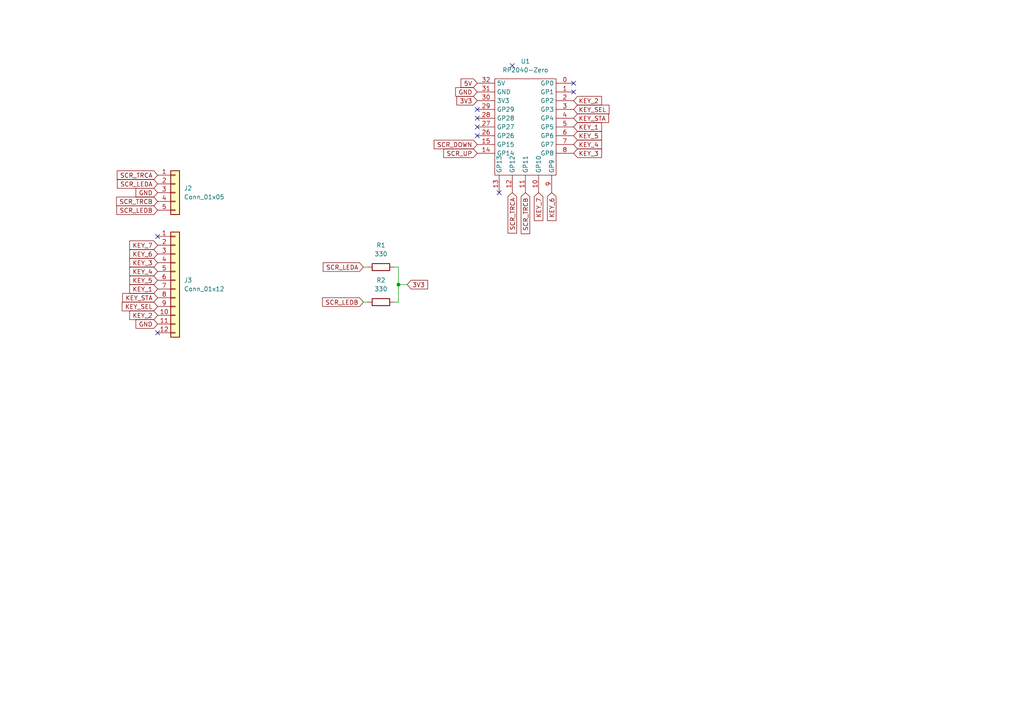
<source format=kicad_sch>
(kicad_sch (version 20230121) (generator eeschema)

  (uuid e63e39d7-6ac0-4ffd-8aa3-1841a4541b55)

  (paper "A4")

  (lib_symbols
    (symbol "Connector_Generic:Conn_01x05" (pin_names (offset 1.016) hide) (in_bom yes) (on_board yes)
      (property "Reference" "J" (at 0 7.62 0)
        (effects (font (size 1.27 1.27)))
      )
      (property "Value" "Conn_01x05" (at 0 -7.62 0)
        (effects (font (size 1.27 1.27)))
      )
      (property "Footprint" "" (at 0 0 0)
        (effects (font (size 1.27 1.27)) hide)
      )
      (property "Datasheet" "~" (at 0 0 0)
        (effects (font (size 1.27 1.27)) hide)
      )
      (property "ki_keywords" "connector" (at 0 0 0)
        (effects (font (size 1.27 1.27)) hide)
      )
      (property "ki_description" "Generic connector, single row, 01x05, script generated (kicad-library-utils/schlib/autogen/connector/)" (at 0 0 0)
        (effects (font (size 1.27 1.27)) hide)
      )
      (property "ki_fp_filters" "Connector*:*_1x??_*" (at 0 0 0)
        (effects (font (size 1.27 1.27)) hide)
      )
      (symbol "Conn_01x05_1_1"
        (rectangle (start -1.27 -4.953) (end 0 -5.207)
          (stroke (width 0.1524) (type default))
          (fill (type none))
        )
        (rectangle (start -1.27 -2.413) (end 0 -2.667)
          (stroke (width 0.1524) (type default))
          (fill (type none))
        )
        (rectangle (start -1.27 0.127) (end 0 -0.127)
          (stroke (width 0.1524) (type default))
          (fill (type none))
        )
        (rectangle (start -1.27 2.667) (end 0 2.413)
          (stroke (width 0.1524) (type default))
          (fill (type none))
        )
        (rectangle (start -1.27 5.207) (end 0 4.953)
          (stroke (width 0.1524) (type default))
          (fill (type none))
        )
        (rectangle (start -1.27 6.35) (end 1.27 -6.35)
          (stroke (width 0.254) (type default))
          (fill (type background))
        )
        (pin passive line (at -5.08 5.08 0) (length 3.81)
          (name "Pin_1" (effects (font (size 1.27 1.27))))
          (number "1" (effects (font (size 1.27 1.27))))
        )
        (pin passive line (at -5.08 2.54 0) (length 3.81)
          (name "Pin_2" (effects (font (size 1.27 1.27))))
          (number "2" (effects (font (size 1.27 1.27))))
        )
        (pin passive line (at -5.08 0 0) (length 3.81)
          (name "Pin_3" (effects (font (size 1.27 1.27))))
          (number "3" (effects (font (size 1.27 1.27))))
        )
        (pin passive line (at -5.08 -2.54 0) (length 3.81)
          (name "Pin_4" (effects (font (size 1.27 1.27))))
          (number "4" (effects (font (size 1.27 1.27))))
        )
        (pin passive line (at -5.08 -5.08 0) (length 3.81)
          (name "Pin_5" (effects (font (size 1.27 1.27))))
          (number "5" (effects (font (size 1.27 1.27))))
        )
      )
    )
    (symbol "Connector_Generic:Conn_01x12" (pin_names (offset 1.016) hide) (in_bom yes) (on_board yes)
      (property "Reference" "J" (at 0 15.24 0)
        (effects (font (size 1.27 1.27)))
      )
      (property "Value" "Conn_01x12" (at 0 -17.78 0)
        (effects (font (size 1.27 1.27)))
      )
      (property "Footprint" "" (at 0 0 0)
        (effects (font (size 1.27 1.27)) hide)
      )
      (property "Datasheet" "~" (at 0 0 0)
        (effects (font (size 1.27 1.27)) hide)
      )
      (property "ki_keywords" "connector" (at 0 0 0)
        (effects (font (size 1.27 1.27)) hide)
      )
      (property "ki_description" "Generic connector, single row, 01x12, script generated (kicad-library-utils/schlib/autogen/connector/)" (at 0 0 0)
        (effects (font (size 1.27 1.27)) hide)
      )
      (property "ki_fp_filters" "Connector*:*_1x??_*" (at 0 0 0)
        (effects (font (size 1.27 1.27)) hide)
      )
      (symbol "Conn_01x12_1_1"
        (rectangle (start -1.27 -15.113) (end 0 -15.367)
          (stroke (width 0.1524) (type default))
          (fill (type none))
        )
        (rectangle (start -1.27 -12.573) (end 0 -12.827)
          (stroke (width 0.1524) (type default))
          (fill (type none))
        )
        (rectangle (start -1.27 -10.033) (end 0 -10.287)
          (stroke (width 0.1524) (type default))
          (fill (type none))
        )
        (rectangle (start -1.27 -7.493) (end 0 -7.747)
          (stroke (width 0.1524) (type default))
          (fill (type none))
        )
        (rectangle (start -1.27 -4.953) (end 0 -5.207)
          (stroke (width 0.1524) (type default))
          (fill (type none))
        )
        (rectangle (start -1.27 -2.413) (end 0 -2.667)
          (stroke (width 0.1524) (type default))
          (fill (type none))
        )
        (rectangle (start -1.27 0.127) (end 0 -0.127)
          (stroke (width 0.1524) (type default))
          (fill (type none))
        )
        (rectangle (start -1.27 2.667) (end 0 2.413)
          (stroke (width 0.1524) (type default))
          (fill (type none))
        )
        (rectangle (start -1.27 5.207) (end 0 4.953)
          (stroke (width 0.1524) (type default))
          (fill (type none))
        )
        (rectangle (start -1.27 7.747) (end 0 7.493)
          (stroke (width 0.1524) (type default))
          (fill (type none))
        )
        (rectangle (start -1.27 10.287) (end 0 10.033)
          (stroke (width 0.1524) (type default))
          (fill (type none))
        )
        (rectangle (start -1.27 12.827) (end 0 12.573)
          (stroke (width 0.1524) (type default))
          (fill (type none))
        )
        (rectangle (start -1.27 13.97) (end 1.27 -16.51)
          (stroke (width 0.254) (type default))
          (fill (type background))
        )
        (pin passive line (at -5.08 12.7 0) (length 3.81)
          (name "Pin_1" (effects (font (size 1.27 1.27))))
          (number "1" (effects (font (size 1.27 1.27))))
        )
        (pin passive line (at -5.08 -10.16 0) (length 3.81)
          (name "Pin_10" (effects (font (size 1.27 1.27))))
          (number "10" (effects (font (size 1.27 1.27))))
        )
        (pin passive line (at -5.08 -12.7 0) (length 3.81)
          (name "Pin_11" (effects (font (size 1.27 1.27))))
          (number "11" (effects (font (size 1.27 1.27))))
        )
        (pin passive line (at -5.08 -15.24 0) (length 3.81)
          (name "Pin_12" (effects (font (size 1.27 1.27))))
          (number "12" (effects (font (size 1.27 1.27))))
        )
        (pin passive line (at -5.08 10.16 0) (length 3.81)
          (name "Pin_2" (effects (font (size 1.27 1.27))))
          (number "2" (effects (font (size 1.27 1.27))))
        )
        (pin passive line (at -5.08 7.62 0) (length 3.81)
          (name "Pin_3" (effects (font (size 1.27 1.27))))
          (number "3" (effects (font (size 1.27 1.27))))
        )
        (pin passive line (at -5.08 5.08 0) (length 3.81)
          (name "Pin_4" (effects (font (size 1.27 1.27))))
          (number "4" (effects (font (size 1.27 1.27))))
        )
        (pin passive line (at -5.08 2.54 0) (length 3.81)
          (name "Pin_5" (effects (font (size 1.27 1.27))))
          (number "5" (effects (font (size 1.27 1.27))))
        )
        (pin passive line (at -5.08 0 0) (length 3.81)
          (name "Pin_6" (effects (font (size 1.27 1.27))))
          (number "6" (effects (font (size 1.27 1.27))))
        )
        (pin passive line (at -5.08 -2.54 0) (length 3.81)
          (name "Pin_7" (effects (font (size 1.27 1.27))))
          (number "7" (effects (font (size 1.27 1.27))))
        )
        (pin passive line (at -5.08 -5.08 0) (length 3.81)
          (name "Pin_8" (effects (font (size 1.27 1.27))))
          (number "8" (effects (font (size 1.27 1.27))))
        )
        (pin passive line (at -5.08 -7.62 0) (length 3.81)
          (name "Pin_9" (effects (font (size 1.27 1.27))))
          (number "9" (effects (font (size 1.27 1.27))))
        )
      )
    )
    (symbol "Device:R" (pin_numbers hide) (pin_names (offset 0)) (in_bom yes) (on_board yes)
      (property "Reference" "R" (at 2.032 0 90)
        (effects (font (size 1.27 1.27)))
      )
      (property "Value" "R" (at 0 0 90)
        (effects (font (size 1.27 1.27)))
      )
      (property "Footprint" "" (at -1.778 0 90)
        (effects (font (size 1.27 1.27)) hide)
      )
      (property "Datasheet" "~" (at 0 0 0)
        (effects (font (size 1.27 1.27)) hide)
      )
      (property "ki_keywords" "R res resistor" (at 0 0 0)
        (effects (font (size 1.27 1.27)) hide)
      )
      (property "ki_description" "Resistor" (at 0 0 0)
        (effects (font (size 1.27 1.27)) hide)
      )
      (property "ki_fp_filters" "R_*" (at 0 0 0)
        (effects (font (size 1.27 1.27)) hide)
      )
      (symbol "R_0_1"
        (rectangle (start -1.016 -2.54) (end 1.016 2.54)
          (stroke (width 0.254) (type default))
          (fill (type none))
        )
      )
      (symbol "R_1_1"
        (pin passive line (at 0 3.81 270) (length 1.27)
          (name "~" (effects (font (size 1.27 1.27))))
          (number "1" (effects (font (size 1.27 1.27))))
        )
        (pin passive line (at 0 -3.81 90) (length 1.27)
          (name "~" (effects (font (size 1.27 1.27))))
          (number "2" (effects (font (size 1.27 1.27))))
        )
      )
    )
    (symbol "rp2040-zero:RP2040-Zero" (pin_names (offset 0.5842)) (in_bom yes) (on_board yes)
      (property "Reference" "U" (at 0 0 0)
        (effects (font (size 1.27 1.27)))
      )
      (property "Value" "RP2040-Zero" (at 1.27 -3.81 0)
        (effects (font (size 1.27 1.27)))
      )
      (property "Footprint" "" (at 0 0 0)
        (effects (font (size 1.27 1.27)) hide)
      )
      (property "Datasheet" "" (at 0 0 0)
        (effects (font (size 1.27 1.27)) hide)
      )
      (symbol "RP2040-Zero_0_1"
        (rectangle (start -8.89 -5.08) (end 8.89 -33.02)
          (stroke (width 0) (type default))
          (fill (type none))
        )
      )
      (symbol "RP2040-Zero_1_1"
        (pin tri_state line (at 13.97 -6.35 180) (length 5.08)
          (name "GP0" (effects (font (size 1.27 1.27))))
          (number "0" (effects (font (size 1.27 1.27))))
        )
        (pin tri_state line (at 13.97 -8.89 180) (length 5.08)
          (name "GP1" (effects (font (size 1.27 1.27))))
          (number "1" (effects (font (size 1.27 1.27))))
        )
        (pin tri_state line (at 3.81 -38.1 90) (length 5.08)
          (name "GP10" (effects (font (size 1.27 1.27))))
          (number "10" (effects (font (size 1.27 1.27))))
        )
        (pin tri_state line (at 0 -38.1 90) (length 5.08)
          (name "GP11" (effects (font (size 1.27 1.27))))
          (number "11" (effects (font (size 1.27 1.27))))
        )
        (pin tri_state line (at -3.81 -38.1 90) (length 5.08)
          (name "GP12" (effects (font (size 1.27 1.27))))
          (number "12" (effects (font (size 1.27 1.27))))
        )
        (pin tri_state line (at -7.62 -38.1 90) (length 5.08)
          (name "GP13" (effects (font (size 1.27 1.27))))
          (number "13" (effects (font (size 1.27 1.27))))
        )
        (pin tri_state line (at -13.97 -26.67 0) (length 5.08)
          (name "GP14" (effects (font (size 1.27 1.27))))
          (number "14" (effects (font (size 1.27 1.27))))
        )
        (pin tri_state line (at -13.97 -24.13 0) (length 5.08)
          (name "GP15" (effects (font (size 1.27 1.27))))
          (number "15" (effects (font (size 1.27 1.27))))
        )
        (pin tri_state line (at 13.97 -11.43 180) (length 5.08)
          (name "GP2" (effects (font (size 1.27 1.27))))
          (number "2" (effects (font (size 1.27 1.27))))
        )
        (pin tri_state line (at -13.97 -21.59 0) (length 5.08)
          (name "GP26" (effects (font (size 1.27 1.27))))
          (number "26" (effects (font (size 1.27 1.27))))
        )
        (pin tri_state line (at -13.97 -19.05 0) (length 5.08)
          (name "GP27" (effects (font (size 1.27 1.27))))
          (number "27" (effects (font (size 1.27 1.27))))
        )
        (pin tri_state line (at -13.97 -16.51 0) (length 5.08)
          (name "GP28" (effects (font (size 1.27 1.27))))
          (number "28" (effects (font (size 1.27 1.27))))
        )
        (pin tri_state line (at -13.97 -13.97 0) (length 5.08)
          (name "GP29" (effects (font (size 1.27 1.27))))
          (number "29" (effects (font (size 1.27 1.27))))
        )
        (pin tri_state line (at 13.97 -13.97 180) (length 5.08)
          (name "GP3" (effects (font (size 1.27 1.27))))
          (number "3" (effects (font (size 1.27 1.27))))
        )
        (pin power_out line (at -13.97 -11.43 0) (length 5.08)
          (name "3V3" (effects (font (size 1.27 1.27))))
          (number "30" (effects (font (size 1.27 1.27))))
        )
        (pin input line (at -13.97 -8.89 0) (length 5.08)
          (name "GND" (effects (font (size 1.27 1.27))))
          (number "31" (effects (font (size 1.27 1.27))))
        )
        (pin power_out line (at -13.97 -6.35 0) (length 5.08)
          (name "5V" (effects (font (size 1.27 1.27))))
          (number "32" (effects (font (size 1.27 1.27))))
        )
        (pin tri_state line (at 13.97 -16.51 180) (length 5.08)
          (name "GP4" (effects (font (size 1.27 1.27))))
          (number "4" (effects (font (size 1.27 1.27))))
        )
        (pin tri_state line (at 13.97 -19.05 180) (length 5.08)
          (name "GP5" (effects (font (size 1.27 1.27))))
          (number "5" (effects (font (size 1.27 1.27))))
        )
        (pin tri_state line (at 13.97 -21.59 180) (length 5.08)
          (name "GP6" (effects (font (size 1.27 1.27))))
          (number "6" (effects (font (size 1.27 1.27))))
        )
        (pin tri_state line (at 13.97 -24.13 180) (length 5.08)
          (name "GP7" (effects (font (size 1.27 1.27))))
          (number "7" (effects (font (size 1.27 1.27))))
        )
        (pin tri_state line (at 13.97 -26.67 180) (length 5.08)
          (name "GP8" (effects (font (size 1.27 1.27))))
          (number "8" (effects (font (size 1.27 1.27))))
        )
        (pin tri_state line (at 7.62 -38.1 90) (length 5.08)
          (name "GP9" (effects (font (size 1.27 1.27))))
          (number "9" (effects (font (size 1.27 1.27))))
        )
      )
    )
  )

  (junction (at 115.57 82.55) (diameter 0) (color 0 0 0 0)
    (uuid 67e04bf1-5d1f-4196-be1e-8f6d2eaf0192)
  )

  (no_connect (at 144.78 55.88) (uuid 2e3b2366-1f68-4e17-999a-32c6256d8f2d))
  (no_connect (at 45.72 96.52) (uuid 39f8ab6b-9afd-4c2a-8c89-141e8dcdfac1))
  (no_connect (at 45.72 68.58) (uuid 39f8ab6b-9afd-4c2a-8c89-141e8dcdfac2))
  (no_connect (at 138.43 39.37) (uuid 4d8f6315-e93c-46f3-8070-66bff76056c9))
  (no_connect (at 138.43 36.83) (uuid 4d8f6315-e93c-46f3-8070-66bff76056ca))
  (no_connect (at 138.43 34.29) (uuid 4d8f6315-e93c-46f3-8070-66bff76056cb))
  (no_connect (at 138.43 31.75) (uuid 4d8f6315-e93c-46f3-8070-66bff76056cc))
  (no_connect (at 166.37 24.13) (uuid 9bcbe2a0-9825-40b9-9344-decf1643196a))
  (no_connect (at 166.37 26.67) (uuid 9bcbe2a0-9825-40b9-9344-decf1643196b))
  (no_connect (at 148.59 19.05) (uuid 9bcbe2a0-9825-40b9-9344-decf1643196c))

  (wire (pts (xy 115.57 87.63) (xy 114.3 87.63))
    (stroke (width 0) (type default))
    (uuid 10a1c5df-5604-4ed5-9fd6-546f78e3871d)
  )
  (wire (pts (xy 114.3 77.47) (xy 115.57 77.47))
    (stroke (width 0) (type default))
    (uuid 15b5ebd3-bfa4-424f-a8c0-ef215b7b4d66)
  )
  (wire (pts (xy 115.57 82.55) (xy 115.57 87.63))
    (stroke (width 0) (type default))
    (uuid 6c60457e-e28f-4c74-a440-a5ca0d593478)
  )
  (wire (pts (xy 115.57 82.55) (xy 115.57 77.47))
    (stroke (width 0) (type default))
    (uuid 7728f140-4183-47e1-88ed-b896ffabf49a)
  )
  (wire (pts (xy 105.41 77.47) (xy 106.68 77.47))
    (stroke (width 0) (type default))
    (uuid 8c130f91-1463-41f3-868c-01f900bdc430)
  )
  (wire (pts (xy 105.41 87.63) (xy 106.68 87.63))
    (stroke (width 0) (type default))
    (uuid a98d4933-246e-44b7-807e-03d929f4496d)
  )
  (wire (pts (xy 115.57 82.55) (xy 118.11 82.55))
    (stroke (width 0) (type default))
    (uuid d6331e6b-cd10-4417-aced-4a80bc03a34c)
  )

  (global_label "KEY_SEL" (shape input) (at 166.37 31.75 0) (fields_autoplaced)
    (effects (font (size 1.27 1.27)) (justify left))
    (uuid 02ed9828-6428-4579-be23-b529f10d03c1)
    (property "Intersheetrefs" "${INTERSHEET_REFS}" (at 176.645 31.6706 0)
      (effects (font (size 1.27 1.27)) (justify left) hide)
    )
  )
  (global_label "SCR_DOWN" (shape input) (at 138.43 41.91 180) (fields_autoplaced)
    (effects (font (size 1.27 1.27)) (justify right))
    (uuid 09897f68-9ec0-4642-b865-06f22bd900b2)
    (property "Intersheetrefs" "${INTERSHEET_REFS}" (at 125.9174 41.9894 0)
      (effects (font (size 1.27 1.27)) (justify right) hide)
    )
  )
  (global_label "KEY_5" (shape input) (at 45.72 81.28 180) (fields_autoplaced)
    (effects (font (size 1.27 1.27)) (justify right))
    (uuid 0ad591ba-5d8b-4f6f-be9f-0f43919ab4c9)
    (property "Intersheetrefs" "${INTERSHEET_REFS}" (at 37.6221 81.2006 0)
      (effects (font (size 1.27 1.27)) (justify right) hide)
    )
  )
  (global_label "SCR_LEDB" (shape input) (at 105.41 87.63 180) (fields_autoplaced)
    (effects (font (size 1.27 1.27)) (justify right))
    (uuid 0c14e132-c0c9-4d85-a516-ce7b5a5e37ab)
    (property "Intersheetrefs" "${INTERSHEET_REFS}" (at 93.5626 87.5506 0)
      (effects (font (size 1.27 1.27)) (justify right) hide)
    )
  )
  (global_label "3V3" (shape input) (at 118.11 82.55 0) (fields_autoplaced)
    (effects (font (size 1.27 1.27)) (justify left))
    (uuid 19ac9b06-3e40-43f3-917d-40ba2e441ecc)
    (property "Intersheetrefs" "${INTERSHEET_REFS}" (at 124.0307 82.4706 0)
      (effects (font (size 1.27 1.27)) (justify left) hide)
    )
  )
  (global_label "SCR_LEDA" (shape input) (at 45.72 53.34 180) (fields_autoplaced)
    (effects (font (size 1.27 1.27)) (justify right))
    (uuid 246d4f1e-d0c8-4322-8e19-fc45f445ab98)
    (property "Intersheetrefs" "${INTERSHEET_REFS}" (at 34.054 53.2606 0)
      (effects (font (size 1.27 1.27)) (justify right) hide)
    )
  )
  (global_label "GND" (shape input) (at 45.72 55.88 180) (fields_autoplaced)
    (effects (font (size 1.27 1.27)) (justify right))
    (uuid 27537609-20a8-46e4-a20b-bc5e8258a020)
    (property "Intersheetrefs" "${INTERSHEET_REFS}" (at 39.4364 55.8006 0)
      (effects (font (size 1.27 1.27)) (justify right) hide)
    )
  )
  (global_label "KEY_2" (shape input) (at 45.72 91.44 180) (fields_autoplaced)
    (effects (font (size 1.27 1.27)) (justify right))
    (uuid 3a5134f1-56a5-448e-a1f7-847b6b4556c3)
    (property "Intersheetrefs" "${INTERSHEET_REFS}" (at 37.6221 91.3606 0)
      (effects (font (size 1.27 1.27)) (justify right) hide)
    )
  )
  (global_label "KEY_7" (shape input) (at 45.72 71.12 180) (fields_autoplaced)
    (effects (font (size 1.27 1.27)) (justify right))
    (uuid 3fd74a15-c09b-4f9c-a131-6436cfc94cd1)
    (property "Intersheetrefs" "${INTERSHEET_REFS}" (at 37.6221 71.0406 0)
      (effects (font (size 1.27 1.27)) (justify right) hide)
    )
  )
  (global_label "5V" (shape input) (at 138.43 24.13 180) (fields_autoplaced)
    (effects (font (size 1.27 1.27)) (justify right))
    (uuid 405d1677-5441-4a17-8e55-fc674244d99a)
    (property "Intersheetrefs" "${INTERSHEET_REFS}" (at 133.7188 24.0506 0)
      (effects (font (size 1.27 1.27)) (justify right) hide)
    )
  )
  (global_label "SCR_LEDB" (shape input) (at 45.72 60.96 180) (fields_autoplaced)
    (effects (font (size 1.27 1.27)) (justify right))
    (uuid 4fbc0897-b488-4e1c-b60f-db2d9e947c11)
    (property "Intersheetrefs" "${INTERSHEET_REFS}" (at 33.8726 60.8806 0)
      (effects (font (size 1.27 1.27)) (justify right) hide)
    )
  )
  (global_label "SCR_UP" (shape input) (at 138.43 44.45 180) (fields_autoplaced)
    (effects (font (size 1.27 1.27)) (justify right))
    (uuid 55da6fba-37a6-49f0-be6e-ad97b4548c5c)
    (property "Intersheetrefs" "${INTERSHEET_REFS}" (at 128.6993 44.5294 0)
      (effects (font (size 1.27 1.27)) (justify right) hide)
    )
  )
  (global_label "KEY_3" (shape input) (at 166.37 44.45 0) (fields_autoplaced)
    (effects (font (size 1.27 1.27)) (justify left))
    (uuid 56709020-87cd-421a-9d35-bdea60acc54f)
    (property "Intersheetrefs" "${INTERSHEET_REFS}" (at 174.4679 44.5294 0)
      (effects (font (size 1.27 1.27)) (justify left) hide)
    )
  )
  (global_label "KEY_STA" (shape input) (at 166.37 34.29 0) (fields_autoplaced)
    (effects (font (size 1.27 1.27)) (justify left))
    (uuid 68b921e7-57db-4dd7-8a5f-dc5d9689b966)
    (property "Intersheetrefs" "${INTERSHEET_REFS}" (at 176.5241 34.3694 0)
      (effects (font (size 1.27 1.27)) (justify left) hide)
    )
  )
  (global_label "SCR_LEDA" (shape input) (at 105.41 77.47 180) (fields_autoplaced)
    (effects (font (size 1.27 1.27)) (justify right))
    (uuid 6a104263-90b3-4c58-a395-64780f43ae88)
    (property "Intersheetrefs" "${INTERSHEET_REFS}" (at 93.744 77.3906 0)
      (effects (font (size 1.27 1.27)) (justify right) hide)
    )
  )
  (global_label "KEY_4" (shape input) (at 45.72 78.74 180) (fields_autoplaced)
    (effects (font (size 1.27 1.27)) (justify right))
    (uuid 6b2eb86f-e94d-4e34-b2e2-07f662c79915)
    (property "Intersheetrefs" "${INTERSHEET_REFS}" (at 37.6221 78.6606 0)
      (effects (font (size 1.27 1.27)) (justify right) hide)
    )
  )
  (global_label "KEY_6" (shape input) (at 45.72 73.66 180) (fields_autoplaced)
    (effects (font (size 1.27 1.27)) (justify right))
    (uuid 70234080-ace6-4a4c-a3f6-e036166446b1)
    (property "Intersheetrefs" "${INTERSHEET_REFS}" (at 37.6221 73.5806 0)
      (effects (font (size 1.27 1.27)) (justify right) hide)
    )
  )
  (global_label "KEY_6" (shape input) (at 160.02 55.88 270) (fields_autoplaced)
    (effects (font (size 1.27 1.27)) (justify right))
    (uuid 7847477e-66e2-4f04-9c98-96f3ac095821)
    (property "Intersheetrefs" "${INTERSHEET_REFS}" (at 159.9406 63.9779 90)
      (effects (font (size 1.27 1.27)) (justify right) hide)
    )
  )
  (global_label "KEY_1" (shape input) (at 45.72 83.82 180) (fields_autoplaced)
    (effects (font (size 1.27 1.27)) (justify right))
    (uuid 7ee39eda-e5b0-4918-bb91-ffae7b379800)
    (property "Intersheetrefs" "${INTERSHEET_REFS}" (at 37.6221 83.7406 0)
      (effects (font (size 1.27 1.27)) (justify right) hide)
    )
  )
  (global_label "SCR_TRCB" (shape input) (at 152.4 55.88 270) (fields_autoplaced)
    (effects (font (size 1.27 1.27)) (justify right))
    (uuid 7feee991-531b-4cd4-8e13-f4c1db6d898f)
    (property "Intersheetrefs" "${INTERSHEET_REFS}" (at 152.3206 67.7879 90)
      (effects (font (size 1.27 1.27)) (justify right) hide)
    )
  )
  (global_label "KEY_7" (shape input) (at 156.21 55.88 270) (fields_autoplaced)
    (effects (font (size 1.27 1.27)) (justify right))
    (uuid 858320bc-5011-4721-b525-91096b34b058)
    (property "Intersheetrefs" "${INTERSHEET_REFS}" (at 156.1306 63.9779 90)
      (effects (font (size 1.27 1.27)) (justify right) hide)
    )
  )
  (global_label "SCR_TRCB" (shape input) (at 45.72 58.42 180) (fields_autoplaced)
    (effects (font (size 1.27 1.27)) (justify right))
    (uuid 8e13f3de-a7c7-4bd0-be1c-85a012de68c6)
    (property "Intersheetrefs" "${INTERSHEET_REFS}" (at 33.8121 58.3406 0)
      (effects (font (size 1.27 1.27)) (justify right) hide)
    )
  )
  (global_label "KEY_4" (shape input) (at 166.37 41.91 0) (fields_autoplaced)
    (effects (font (size 1.27 1.27)) (justify left))
    (uuid 8ed0a5ab-538a-41ef-83d7-e605b9d85dea)
    (property "Intersheetrefs" "${INTERSHEET_REFS}" (at 174.4679 41.9894 0)
      (effects (font (size 1.27 1.27)) (justify left) hide)
    )
  )
  (global_label "KEY_SEL" (shape input) (at 45.72 88.9 180) (fields_autoplaced)
    (effects (font (size 1.27 1.27)) (justify right))
    (uuid a3281fc4-a376-4c70-ac44-40e939806e9a)
    (property "Intersheetrefs" "${INTERSHEET_REFS}" (at 35.445 88.8206 0)
      (effects (font (size 1.27 1.27)) (justify right) hide)
    )
  )
  (global_label "SCR_TRCA" (shape input) (at 148.59 55.88 270) (fields_autoplaced)
    (effects (font (size 1.27 1.27)) (justify right))
    (uuid ab4af614-edc6-4b4e-a6c5-06fed48f96fd)
    (property "Intersheetrefs" "${INTERSHEET_REFS}" (at 148.5106 67.6064 90)
      (effects (font (size 1.27 1.27)) (justify right) hide)
    )
  )
  (global_label "GND" (shape input) (at 138.43 26.67 180) (fields_autoplaced)
    (effects (font (size 1.27 1.27)) (justify right))
    (uuid ad99ff7f-adcb-454e-a4ce-6c08e4456674)
    (property "Intersheetrefs" "${INTERSHEET_REFS}" (at 132.1464 26.7494 0)
      (effects (font (size 1.27 1.27)) (justify right) hide)
    )
  )
  (global_label "3V3" (shape input) (at 138.43 29.21 180) (fields_autoplaced)
    (effects (font (size 1.27 1.27)) (justify right))
    (uuid bb764ed3-c341-4524-8c2a-de53a17abe35)
    (property "Intersheetrefs" "${INTERSHEET_REFS}" (at 132.5093 29.2894 0)
      (effects (font (size 1.27 1.27)) (justify right) hide)
    )
  )
  (global_label "KEY_5" (shape input) (at 166.37 39.37 0) (fields_autoplaced)
    (effects (font (size 1.27 1.27)) (justify left))
    (uuid be45b8b8-4171-4eaa-ac5b-0badbf86264b)
    (property "Intersheetrefs" "${INTERSHEET_REFS}" (at 174.4679 39.4494 0)
      (effects (font (size 1.27 1.27)) (justify left) hide)
    )
  )
  (global_label "KEY_3" (shape input) (at 45.72 76.2 180) (fields_autoplaced)
    (effects (font (size 1.27 1.27)) (justify right))
    (uuid cb7e6fec-baac-4c6b-8dfd-bbb1b0e35bc3)
    (property "Intersheetrefs" "${INTERSHEET_REFS}" (at 37.6221 76.1206 0)
      (effects (font (size 1.27 1.27)) (justify right) hide)
    )
  )
  (global_label "GND" (shape input) (at 45.72 93.98 180) (fields_autoplaced)
    (effects (font (size 1.27 1.27)) (justify right))
    (uuid cd260825-8528-4dfd-a674-223adcbb6e33)
    (property "Intersheetrefs" "${INTERSHEET_REFS}" (at 39.4364 93.9006 0)
      (effects (font (size 1.27 1.27)) (justify right) hide)
    )
  )
  (global_label "SCR_TRCA" (shape input) (at 45.72 50.8 180) (fields_autoplaced)
    (effects (font (size 1.27 1.27)) (justify right))
    (uuid dba9fdd0-185e-4512-8481-d0d4e7501b4a)
    (property "Intersheetrefs" "${INTERSHEET_REFS}" (at 33.9936 50.7206 0)
      (effects (font (size 1.27 1.27)) (justify right) hide)
    )
  )
  (global_label "KEY_1" (shape input) (at 166.37 36.83 0) (fields_autoplaced)
    (effects (font (size 1.27 1.27)) (justify left))
    (uuid dcae47bb-ca64-4552-9197-29d9b61fa2e9)
    (property "Intersheetrefs" "${INTERSHEET_REFS}" (at 174.4679 36.9094 0)
      (effects (font (size 1.27 1.27)) (justify left) hide)
    )
  )
  (global_label "KEY_STA" (shape input) (at 45.72 86.36 180) (fields_autoplaced)
    (effects (font (size 1.27 1.27)) (justify right))
    (uuid ee0a1d06-0ec1-45ec-8298-a7531e4b04d0)
    (property "Intersheetrefs" "${INTERSHEET_REFS}" (at 35.5659 86.2806 0)
      (effects (font (size 1.27 1.27)) (justify right) hide)
    )
  )
  (global_label "KEY_2" (shape input) (at 166.37 29.21 0) (fields_autoplaced)
    (effects (font (size 1.27 1.27)) (justify left))
    (uuid efe0544a-73d4-4b15-aa79-a2a24e02c093)
    (property "Intersheetrefs" "${INTERSHEET_REFS}" (at 174.4679 29.2894 0)
      (effects (font (size 1.27 1.27)) (justify left) hide)
    )
  )

  (symbol (lib_id "Connector_Generic:Conn_01x05") (at 50.8 55.88 0) (unit 1)
    (in_bom yes) (on_board yes) (dnp no) (fields_autoplaced)
    (uuid 23f17d08-cfd8-4816-a206-ef35660575ef)
    (property "Reference" "J2" (at 53.34 54.6099 0)
      (effects (font (size 1.27 1.27)) (justify left))
    )
    (property "Value" "Conn_01x05" (at 53.34 57.1499 0)
      (effects (font (size 1.27 1.27)) (justify left))
    )
    (property "Footprint" "Connector_PinSocket_2.00mm:PinSocket_1x05_P2.00mm_Vertical" (at 50.8 55.88 0)
      (effects (font (size 1.27 1.27)) hide)
    )
    (property "Datasheet" "~" (at 50.8 55.88 0)
      (effects (font (size 1.27 1.27)) hide)
    )
    (pin "1" (uuid 0e7b9949-2e61-422d-ae2a-540bd28bc6c7))
    (pin "2" (uuid f61ccaf9-2329-4004-910c-5fe21557a9b7))
    (pin "3" (uuid 0d9519ee-033e-47f0-980e-263b11d89d4f))
    (pin "4" (uuid 9a98e564-295d-43ee-8305-07435eb71552))
    (pin "5" (uuid b3307cc6-24c7-4d80-9406-51fc63a419f0))
    (instances
      (project "iidx_pcb"
        (path "/e63e39d7-6ac0-4ffd-8aa3-1841a4541b55"
          (reference "J2") (unit 1)
        )
      )
    )
  )

  (symbol (lib_id "rp2040-zero:RP2040-Zero") (at 152.4 17.78 0) (unit 1)
    (in_bom yes) (on_board yes) (dnp no) (fields_autoplaced)
    (uuid 486a533f-ff60-4385-bfc1-9e857075da1e)
    (property "Reference" "U1" (at 152.4 17.78 0)
      (effects (font (size 1.27 1.27)))
    )
    (property "Value" "RP2040-Zero" (at 152.4 20.32 0)
      (effects (font (size 1.27 1.27)))
    )
    (property "Footprint" "rp2040:RP2040-Zero" (at 152.4 17.78 0)
      (effects (font (size 1.27 1.27)) hide)
    )
    (property "Datasheet" "" (at 152.4 17.78 0)
      (effects (font (size 1.27 1.27)) hide)
    )
    (pin "0" (uuid 04601d8a-cdcb-4d6d-bc7a-84cfb6c92b20))
    (pin "1" (uuid e2546347-2a89-4d06-afab-dd6c4ff9c5ca))
    (pin "10" (uuid 556b7651-7f36-48a8-9af7-208c248796e9))
    (pin "11" (uuid 1410e59e-e7f8-4948-a2c3-04ddefca7a3a))
    (pin "12" (uuid d3e26821-fef7-4561-a1f2-92aee4609c01))
    (pin "13" (uuid 07583ce1-f843-4802-97d9-fb837d07aff3))
    (pin "14" (uuid 45799d42-552b-44b6-a6f8-8ee1fb675373))
    (pin "15" (uuid e68d8951-f280-4e54-9efa-ff589068870a))
    (pin "2" (uuid 5ed66f17-871d-4747-be32-2bb5a4cb7526))
    (pin "26" (uuid 61b471aa-841b-4fdf-bea6-3685d5c0c4f4))
    (pin "27" (uuid d37b4944-f1a7-42cf-9d52-6144bdd9558e))
    (pin "28" (uuid b94e5d1e-a323-47b6-b592-3f39fc4d0ffb))
    (pin "29" (uuid e947e784-be35-41a8-a95d-30c86245c499))
    (pin "3" (uuid 118b5e8f-9f28-4fe2-be44-53940a7b2ce3))
    (pin "30" (uuid dcabf461-1708-49cf-bd2e-162d20209702))
    (pin "31" (uuid ddce1b77-8451-4749-bc76-1ccb2b0578ec))
    (pin "32" (uuid 83e1d841-3586-4e19-9129-9a75b83f470c))
    (pin "4" (uuid ed394798-e209-4cb0-8286-83f445eec81c))
    (pin "5" (uuid 1cd3895d-be3d-4289-b5f9-5cc5f0e94eb6))
    (pin "6" (uuid 0a6dc7d5-d552-4365-96b4-64e1bce69e4a))
    (pin "7" (uuid 3cbd5c87-5053-4492-8b46-8a908e82a34c))
    (pin "8" (uuid c9044b40-23c4-4907-b7ca-4cde8ce9a3ca))
    (pin "9" (uuid a64cbff3-9d58-4f0a-b277-343d5b4d019c))
    (instances
      (project "iidx_pcb"
        (path "/e63e39d7-6ac0-4ffd-8aa3-1841a4541b55"
          (reference "U1") (unit 1)
        )
      )
    )
  )

  (symbol (lib_id "Connector_Generic:Conn_01x12") (at 50.8 81.28 0) (unit 1)
    (in_bom yes) (on_board yes) (dnp no) (fields_autoplaced)
    (uuid 5462187a-f416-4a02-aa11-757e2b12ed48)
    (property "Reference" "J3" (at 53.34 81.2799 0)
      (effects (font (size 1.27 1.27)) (justify left))
    )
    (property "Value" "Conn_01x12" (at 53.34 83.8199 0)
      (effects (font (size 1.27 1.27)) (justify left))
    )
    (property "Footprint" "Connector_PinSocket_2.00mm:PinSocket_1x12_P2.00mm_Vertical" (at 50.8 81.28 0)
      (effects (font (size 1.27 1.27)) hide)
    )
    (property "Datasheet" "~" (at 50.8 81.28 0)
      (effects (font (size 1.27 1.27)) hide)
    )
    (pin "1" (uuid adf23019-ff59-45f5-b0ba-eac88c29b52e))
    (pin "10" (uuid 974076bf-4d6d-41d2-9dc8-9a00597826ee))
    (pin "11" (uuid 60847db9-5376-48ed-9939-8f7baea14a8f))
    (pin "12" (uuid de4eec8d-3311-4ae7-8dce-8d58d12fe1fc))
    (pin "2" (uuid 2369dd2c-079e-4c79-8128-ee16e7fccd6d))
    (pin "3" (uuid c8af6695-c85c-40f2-a81e-01f9cc1908ef))
    (pin "4" (uuid fd55ebd6-c226-4d4e-aa8f-6eb36d5e361d))
    (pin "5" (uuid cecca7e9-eae8-4b1f-a5db-4642ac2c7c5e))
    (pin "6" (uuid 0618c1c2-6e16-4587-8593-12e8af644d85))
    (pin "7" (uuid 97102d67-505f-4691-a005-dcf7b36f8bea))
    (pin "8" (uuid b621b261-6c7d-40ff-a28f-f575c4015520))
    (pin "9" (uuid d835667f-9e53-4016-937b-a7c770aa1385))
    (instances
      (project "iidx_pcb"
        (path "/e63e39d7-6ac0-4ffd-8aa3-1841a4541b55"
          (reference "J3") (unit 1)
        )
      )
    )
  )

  (symbol (lib_id "Device:R") (at 110.49 87.63 270) (unit 1)
    (in_bom yes) (on_board yes) (dnp no) (fields_autoplaced)
    (uuid 6e712c17-fada-4620-9636-27b0ec94b30c)
    (property "Reference" "R2" (at 110.49 81.28 90)
      (effects (font (size 1.27 1.27)))
    )
    (property "Value" "330" (at 110.49 83.82 90)
      (effects (font (size 1.27 1.27)))
    )
    (property "Footprint" "Resistor_THT:R_Axial_DIN0207_L6.3mm_D2.5mm_P10.16mm_Horizontal" (at 110.49 85.852 90)
      (effects (font (size 1.27 1.27)) hide)
    )
    (property "Datasheet" "~" (at 110.49 87.63 0)
      (effects (font (size 1.27 1.27)) hide)
    )
    (pin "1" (uuid 3f157ccb-5385-4431-b622-2d43fd7c5084))
    (pin "2" (uuid 12a1746e-628c-4c0d-af41-eaed8c20a31f))
    (instances
      (project "iidx_pcb"
        (path "/e63e39d7-6ac0-4ffd-8aa3-1841a4541b55"
          (reference "R2") (unit 1)
        )
      )
    )
  )

  (symbol (lib_id "Device:R") (at 110.49 77.47 270) (unit 1)
    (in_bom yes) (on_board yes) (dnp no) (fields_autoplaced)
    (uuid e89cca68-53d9-429a-ad11-21522c173efd)
    (property "Reference" "R1" (at 110.49 71.12 90)
      (effects (font (size 1.27 1.27)))
    )
    (property "Value" "330" (at 110.49 73.66 90)
      (effects (font (size 1.27 1.27)))
    )
    (property "Footprint" "Resistor_THT:R_Axial_DIN0207_L6.3mm_D2.5mm_P10.16mm_Horizontal" (at 110.49 75.692 90)
      (effects (font (size 1.27 1.27)) hide)
    )
    (property "Datasheet" "~" (at 110.49 77.47 0)
      (effects (font (size 1.27 1.27)) hide)
    )
    (pin "1" (uuid be912c3c-9716-4136-a30d-4fd32f9e18ed))
    (pin "2" (uuid 289e889f-8d32-4bac-8303-8a8e28688b9a))
    (instances
      (project "iidx_pcb"
        (path "/e63e39d7-6ac0-4ffd-8aa3-1841a4541b55"
          (reference "R1") (unit 1)
        )
      )
    )
  )

  (sheet_instances
    (path "/" (page "1"))
  )
)

</source>
